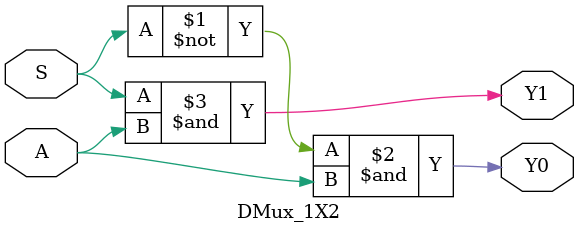
<source format=v>
`timescale 1ns / 1ps


module DMux_1X16(
    input A,
    input [3:0] S,
    output [15:0] Y
    );


wire W1, W2;

DMux_1X2 M1(.A(A), .S(S[3]), .Y0(W1), .Y1(W2));
DMux_1X8 M2(.A(W1), .S(S[2:0]), .Y(Y[7:0]));
DMux_1X8 M3(.A(W2), .S(S[2:0]), .Y(Y[15:8]));

endmodule

module DMux_1X8(
    input A,
    input [2:0] S,
    output [7:0] Y
    );
    
    assign Y[0]=A&~S[2]&~S[1]&~S[0];
    assign Y[1]=A&~S[2]&~S[1]&S[0];
    assign Y[2]=A&~S[2]&S[1]&~S[0];
    assign Y[3]=A&~S[2]&S[1]&S[0];
    assign Y[4]=A&S[2]&~S[1]&~S[0];
    assign Y[5]=A&S[2]&~S[1]&S[0];
    assign Y[6]=A&S[2]&S[1]&~S[0];
    assign Y[7]=A&S[2]&S[1]&S[0];
    
endmodule


module DMux_1X2(
    input A,
    input S,
    output  Y0, Y1
    );
    
    assign Y0 = ~S&A,
           Y1 = S&A;  
endmodule


</source>
